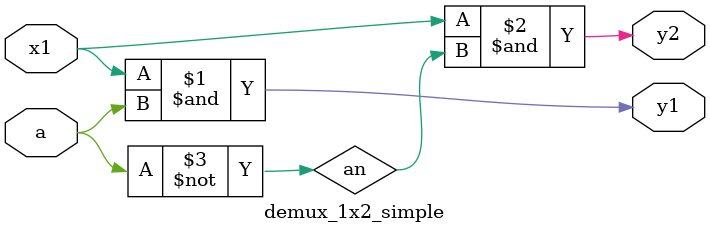
<source format=v>
`timescale 1ns / 1ps


module demux_1x2_simple
(
    input x1, 
    input a,
    output y1, 
    output y2
    );
    not(an, a);
    and A0 (y1, x1, a);
    and A1 (y2, x1, an);
endmodule

</source>
